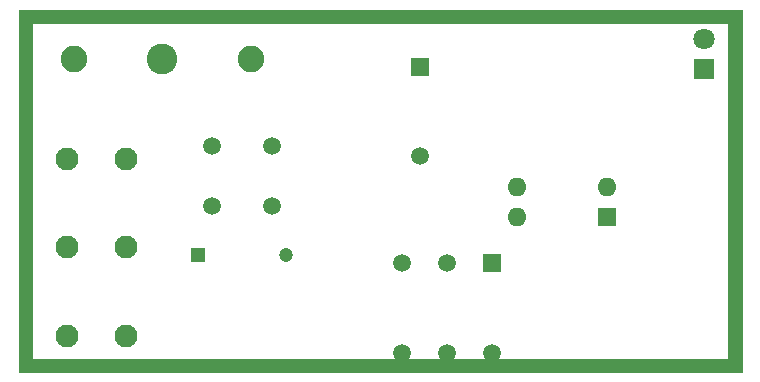
<source format=gbr>
%TF.GenerationSoftware,KiCad,Pcbnew,(5.1.12-1-g0a0a2da680)-1*%
%TF.CreationDate,2021-11-23T21:30:51+01:00*%
%TF.ProjectId,SMPS,534d5053-2e6b-4696-9361-645f70636258,rev?*%
%TF.SameCoordinates,Original*%
%TF.FileFunction,Soldermask,Bot*%
%TF.FilePolarity,Negative*%
%FSLAX46Y46*%
G04 Gerber Fmt 4.6, Leading zero omitted, Abs format (unit mm)*
G04 Created by KiCad (PCBNEW (5.1.12-1-g0a0a2da680)-1) date 2021-11-23 21:30:51*
%MOMM*%
%LPD*%
G01*
G04 APERTURE LIST*
%ADD10C,0.100000*%
%ADD11C,1.500000*%
%ADD12R,1.500000X1.500000*%
%ADD13C,1.800000*%
%ADD14R,1.800000X1.800000*%
%ADD15C,1.950000*%
%ADD16C,2.600000*%
%ADD17C,2.250000*%
%ADD18O,1.600000X1.600000*%
%ADD19R,1.600000X1.600000*%
%ADD20C,1.200000*%
%ADD21R,1.200000X1.200000*%
%ADD22C,1.510000*%
G04 APERTURE END LIST*
D10*
G36*
X48440000Y-91470000D02*
G01*
X47290000Y-91470000D01*
X47290000Y-60770000D01*
X48440000Y-60770000D01*
X48440000Y-91470000D01*
G37*
X48440000Y-91470000D02*
X47290000Y-91470000D01*
X47290000Y-60770000D01*
X48440000Y-60770000D01*
X48440000Y-91470000D01*
G36*
X107340000Y-91470000D02*
G01*
X48440000Y-91470000D01*
X48440000Y-90320000D01*
X107340000Y-90320000D01*
X107340000Y-91470000D01*
G37*
X107340000Y-91470000D02*
X48440000Y-91470000D01*
X48440000Y-90320000D01*
X107340000Y-90320000D01*
X107340000Y-91470000D01*
G36*
X107340000Y-61920000D02*
G01*
X48440000Y-61920000D01*
X48440000Y-60770000D01*
X107340000Y-60770000D01*
X107340000Y-61920000D01*
G37*
X107340000Y-61920000D02*
X48440000Y-61920000D01*
X48440000Y-60770000D01*
X107340000Y-60770000D01*
X107340000Y-61920000D01*
G36*
X108490000Y-91470000D02*
G01*
X107340000Y-91470000D01*
X107340000Y-60770000D01*
X108490000Y-60770000D01*
X108490000Y-91470000D01*
G37*
X108490000Y-91470000D02*
X107340000Y-91470000D01*
X107340000Y-60770000D01*
X108490000Y-60770000D01*
X108490000Y-91470000D01*
G36*
X48440000Y-91470000D02*
G01*
X47290000Y-91470000D01*
X47290000Y-60770000D01*
X48440000Y-60770000D01*
X48440000Y-91470000D01*
G37*
X48440000Y-91470000D02*
X47290000Y-91470000D01*
X47290000Y-60770000D01*
X48440000Y-60770000D01*
X48440000Y-91470000D01*
D11*
%TO.C,T1*%
X83575000Y-82215000D03*
X83575000Y-89835000D03*
D12*
X87385000Y-82215000D03*
D11*
X87385000Y-89835000D03*
X79765000Y-82215000D03*
X79765000Y-89835000D03*
%TD*%
D13*
%TO.C,J2*%
X105275000Y-63285000D03*
D14*
X105275000Y-65825000D03*
%TD*%
D15*
%TO.C,J1*%
X51375000Y-88375000D03*
X51375000Y-80875000D03*
X51375000Y-73375000D03*
X56375000Y-88375000D03*
X56375000Y-80875000D03*
X56375000Y-73375000D03*
%TD*%
D16*
%TO.C,F1*%
X59450000Y-64950000D03*
D17*
X66950000Y-64950000D03*
X51950000Y-64950000D03*
%TD*%
D11*
%TO.C,C3*%
X81275000Y-73125000D03*
D12*
X81275000Y-65625000D03*
%TD*%
D18*
%TO.C,U1*%
X89505000Y-78325000D03*
X97125000Y-75785000D03*
X89505000Y-75785000D03*
D19*
X97125000Y-78325000D03*
%TD*%
D20*
%TO.C,C5*%
X69950000Y-81575000D03*
D21*
X62450000Y-81575000D03*
%TD*%
D22*
%TO.C,BR1*%
X63626000Y-77400000D03*
X68726000Y-77400000D03*
X68726000Y-72300000D03*
X63626000Y-72300000D03*
%TD*%
M02*

</source>
